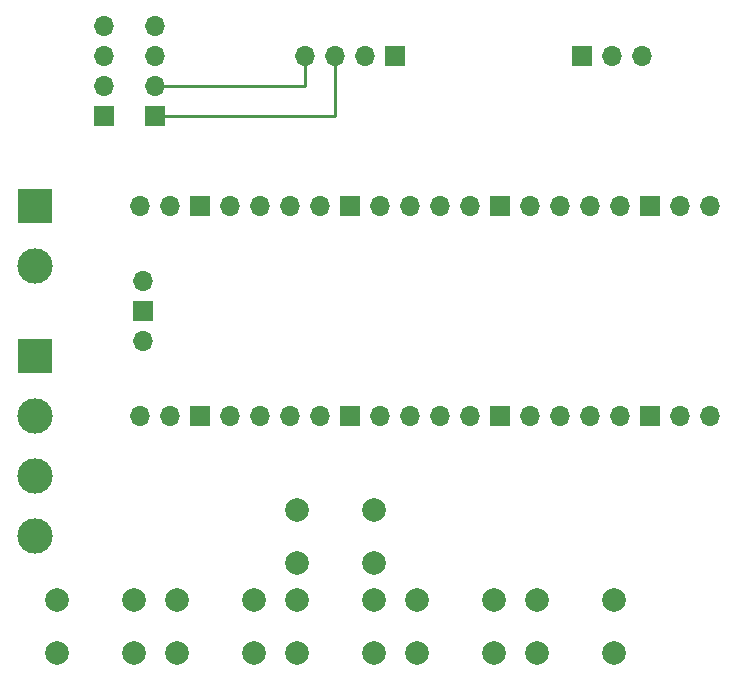
<source format=gbr>
%TF.GenerationSoftware,KiCad,Pcbnew,7.0.1-0*%
%TF.CreationDate,2024-02-02T12:16:22+01:00*%
%TF.ProjectId,thermostat,74686572-6d6f-4737-9461-742e6b696361,rev?*%
%TF.SameCoordinates,Original*%
%TF.FileFunction,Copper,L2,Bot*%
%TF.FilePolarity,Positive*%
%FSLAX46Y46*%
G04 Gerber Fmt 4.6, Leading zero omitted, Abs format (unit mm)*
G04 Created by KiCad (PCBNEW 7.0.1-0) date 2024-02-02 12:16:22*
%MOMM*%
%LPD*%
G01*
G04 APERTURE LIST*
%TA.AperFunction,ComponentPad*%
%ADD10C,2.000000*%
%TD*%
%TA.AperFunction,ComponentPad*%
%ADD11R,1.700000X1.700000*%
%TD*%
%TA.AperFunction,ComponentPad*%
%ADD12O,1.700000X1.700000*%
%TD*%
%TA.AperFunction,ComponentPad*%
%ADD13R,3.000000X3.000000*%
%TD*%
%TA.AperFunction,ComponentPad*%
%ADD14C,3.000000*%
%TD*%
%TA.AperFunction,Conductor*%
%ADD15C,0.250000*%
%TD*%
G04 APERTURE END LIST*
D10*
%TO.P,OK,1*%
%TO.N,N/C*%
X111050000Y-104430000D03*
X117550000Y-104430000D03*
%TO.P,OK,2*%
X111050000Y-108930000D03*
X117550000Y-108930000D03*
%TD*%
D11*
%TO.P,Temp,1*%
%TO.N,N/C*%
X94680000Y-63500000D03*
D12*
%TO.P,Temp,2*%
X94680000Y-60960000D03*
%TO.P,Temp,3*%
X94680000Y-58420000D03*
%TO.P,Temp,4*%
X94680000Y-55880000D03*
%TD*%
D13*
%TO.P,5V,1*%
%TO.N,N/C*%
X88900000Y-71120000D03*
D14*
%TO.P,5V,2*%
X88900000Y-76200000D03*
%TD*%
D11*
%TO.P,Temp,1*%
%TO.N,N/C*%
X99060000Y-63500000D03*
D12*
%TO.P,Temp,2*%
X99060000Y-60960000D03*
%TO.P,Temp,3*%
X99060000Y-58420000D03*
%TO.P,Temp,4*%
X99060000Y-55880000D03*
%TD*%
D10*
%TO.P,U,1*%
%TO.N,N/C*%
X121210000Y-104430000D03*
X127710000Y-104430000D03*
%TO.P,U,2*%
X121210000Y-108930000D03*
X127710000Y-108930000D03*
%TD*%
%TO.P,D,1*%
%TO.N,N/C*%
X131370000Y-104430000D03*
X137870000Y-104430000D03*
%TO.P,D,2*%
X131370000Y-108930000D03*
X137870000Y-108930000D03*
%TD*%
D11*
%TO.P,Screen,1*%
%TO.N,N/C*%
X119370000Y-58420000D03*
D12*
%TO.P,Screen,2*%
X116830000Y-58420000D03*
%TO.P,Screen,3*%
X114290000Y-58420000D03*
%TO.P,Screen,4*%
X111750000Y-58420000D03*
%TD*%
D10*
%TO.P,L,1*%
%TO.N,N/C*%
X90730000Y-104430000D03*
X97230000Y-104430000D03*
%TO.P,L,2*%
X90730000Y-108930000D03*
X97230000Y-108930000D03*
%TD*%
%TO.P,R,1*%
%TO.N,N/C*%
X100890000Y-104430000D03*
X107390000Y-104430000D03*
%TO.P,R,2*%
X100890000Y-108930000D03*
X107390000Y-108930000D03*
%TD*%
%TO.P,M,1*%
%TO.N,N/C*%
X111050000Y-96810000D03*
X117550000Y-96810000D03*
%TO.P,M,2*%
X111050000Y-101310000D03*
X117550000Y-101310000D03*
%TD*%
D13*
%TO.P,N/C Inputs,1*%
%TO.N,N/C*%
X88900000Y-83820000D03*
D14*
%TO.P,N/C Inputs,2*%
X88900000Y-88900000D03*
%TO.P,N/C Inputs,3*%
X88900000Y-93980000D03*
%TO.P,N/C Inputs,4*%
X88900000Y-99060000D03*
%TD*%
D12*
%TO.P,REF\u002A\u002A,1*%
%TO.N,N/C*%
X146050000Y-71120000D03*
%TO.P,REF\u002A\u002A,2*%
X143510000Y-71120000D03*
D11*
%TO.P,REF\u002A\u002A,3*%
X140970000Y-71120000D03*
D12*
%TO.P,REF\u002A\u002A,4*%
X138430000Y-71120000D03*
%TO.P,REF\u002A\u002A,5*%
X135890000Y-71120000D03*
%TO.P,REF\u002A\u002A,6*%
X133350000Y-71120000D03*
%TO.P,REF\u002A\u002A,7*%
X130810000Y-71120000D03*
D11*
%TO.P,REF\u002A\u002A,8*%
X128270000Y-71120000D03*
D12*
%TO.P,REF\u002A\u002A,9*%
X125730000Y-71120000D03*
%TO.P,REF\u002A\u002A,10*%
X123190000Y-71120000D03*
%TO.P,REF\u002A\u002A,11*%
X120650000Y-71120000D03*
%TO.P,REF\u002A\u002A,12*%
X118110000Y-71120000D03*
D11*
%TO.P,REF\u002A\u002A,13*%
X115570000Y-71120000D03*
D12*
%TO.P,REF\u002A\u002A,14*%
X113030000Y-71120000D03*
%TO.P,REF\u002A\u002A,15*%
X110490000Y-71120000D03*
%TO.P,REF\u002A\u002A,16*%
X107950000Y-71120000D03*
%TO.P,REF\u002A\u002A,17*%
X105410000Y-71120000D03*
D11*
%TO.P,REF\u002A\u002A,18*%
X102870000Y-71120000D03*
D12*
%TO.P,REF\u002A\u002A,19*%
X100330000Y-71120000D03*
%TO.P,REF\u002A\u002A,20*%
X97790000Y-71120000D03*
%TO.P,REF\u002A\u002A,21*%
X97790000Y-88900000D03*
%TO.P,REF\u002A\u002A,22*%
X100330000Y-88900000D03*
D11*
%TO.P,REF\u002A\u002A,23*%
X102870000Y-88900000D03*
D12*
%TO.P,REF\u002A\u002A,24*%
X105410000Y-88900000D03*
%TO.P,REF\u002A\u002A,25*%
X107950000Y-88900000D03*
%TO.P,REF\u002A\u002A,26*%
X110490000Y-88900000D03*
%TO.P,REF\u002A\u002A,27*%
X113030000Y-88900000D03*
D11*
%TO.P,REF\u002A\u002A,28*%
X115570000Y-88900000D03*
D12*
%TO.P,REF\u002A\u002A,29*%
X118110000Y-88900000D03*
%TO.P,REF\u002A\u002A,30*%
X120650000Y-88900000D03*
%TO.P,REF\u002A\u002A,31*%
X123190000Y-88900000D03*
%TO.P,REF\u002A\u002A,32*%
X125730000Y-88900000D03*
D11*
%TO.P,REF\u002A\u002A,33*%
X128270000Y-88900000D03*
D12*
%TO.P,REF\u002A\u002A,34*%
X130810000Y-88900000D03*
%TO.P,REF\u002A\u002A,35*%
X133350000Y-88900000D03*
%TO.P,REF\u002A\u002A,36*%
X135890000Y-88900000D03*
%TO.P,REF\u002A\u002A,37*%
X138430000Y-88900000D03*
D11*
%TO.P,REF\u002A\u002A,38*%
X140970000Y-88900000D03*
D12*
%TO.P,REF\u002A\u002A,39*%
X143510000Y-88900000D03*
%TO.P,REF\u002A\u002A,40*%
X146050000Y-88900000D03*
%TO.P,REF\u002A\u002A,41*%
X98020000Y-77470000D03*
D11*
%TO.P,REF\u002A\u002A,42*%
X98020000Y-80010000D03*
D12*
%TO.P,REF\u002A\u002A,43*%
X98020000Y-82550000D03*
%TD*%
D11*
%TO.P,Relay,1*%
%TO.N,N/C*%
X135215000Y-58420000D03*
D12*
%TO.P,Relay,2*%
X137755000Y-58420000D03*
%TO.P,Relay,3*%
X140295000Y-58420000D03*
%TD*%
D15*
%TO.N,*%
X114280000Y-63500000D02*
X99060000Y-63500000D01*
X114290000Y-63490000D02*
X114280000Y-63500000D01*
X114290000Y-58420000D02*
X114290000Y-63490000D01*
X111750000Y-60950000D02*
X111750000Y-58420000D01*
X111760000Y-60960000D02*
X99060000Y-60960000D01*
X111760000Y-60960000D02*
X111750000Y-60950000D01*
%TD*%
M02*

</source>
